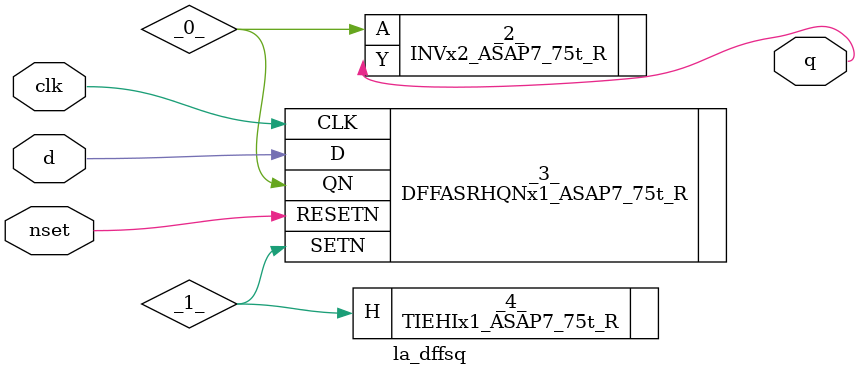
<source format=v>

/* Generated by Yosys 0.44 (git sha1 80ba43d26, g++ 11.4.0-1ubuntu1~22.04 -fPIC -O3) */

(* top =  1  *)
(* src = "generated" *)
(* keep_hierarchy *)
module la_dffsq (
    d,
    clk,
    nset,
    q
);
  wire _0_;
  wire _1_;
  (* src = "generated" *)
  input clk;
  wire clk;
  (* src = "generated" *)
  input d;
  wire d;
  (* src = "generated" *)
  input nset;
  wire nset;
  (* src = "generated" *)
  output q;
  wire q;
  INVx2_ASAP7_75t_R _2_ (
      .A(_0_),
      .Y(q)
  );
  (* src = "generated" *)
  DFFASRHQNx1_ASAP7_75t_R _3_ (
      .CLK(clk),
      .D(d),
      .QN(_0_),
      .RESETN(nset),
      .SETN(_1_)
  );
  TIEHIx1_ASAP7_75t_R _4_ (.H(_1_));
endmodule

</source>
